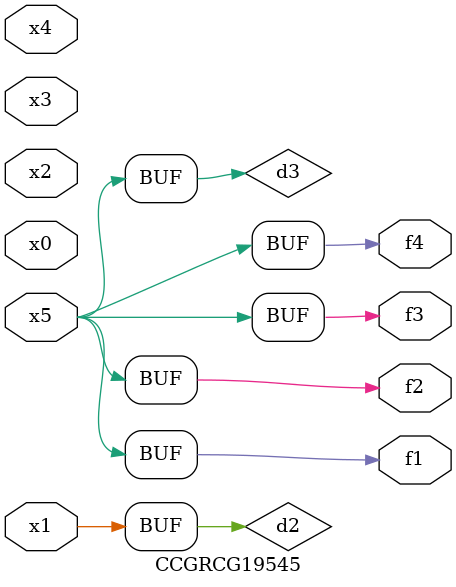
<source format=v>
module CCGRCG19545(
	input x0, x1, x2, x3, x4, x5,
	output f1, f2, f3, f4
);

	wire d1, d2, d3;

	not (d1, x5);
	or (d2, x1);
	xnor (d3, d1);
	assign f1 = d3;
	assign f2 = d3;
	assign f3 = d3;
	assign f4 = d3;
endmodule

</source>
